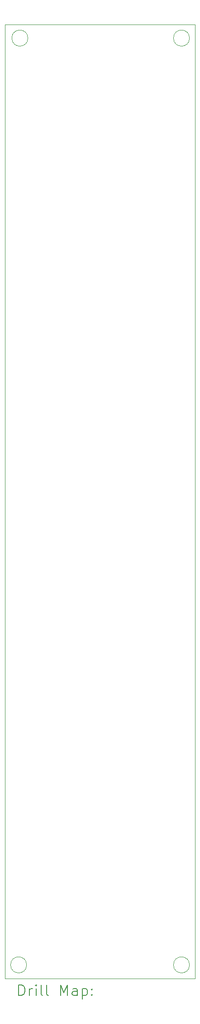
<source format=gbr>
%TF.GenerationSoftware,KiCad,Pcbnew,7.0.11-2.fc39*%
%TF.CreationDate,2024-04-23T12:03:12+00:00*%
%TF.ProjectId,Smart Prusa MK4 enclosure,536d6172-7420-4507-9275-7361204d4b34,1.2*%
%TF.SameCoordinates,Original*%
%TF.FileFunction,Drillmap*%
%TF.FilePolarity,Positive*%
%FSLAX45Y45*%
G04 Gerber Fmt 4.5, Leading zero omitted, Abs format (unit mm)*
G04 Created by KiCad (PCBNEW 7.0.11-2.fc39) date 2024-04-23 12:03:12*
%MOMM*%
%LPD*%
G01*
G04 APERTURE LIST*
%ADD10C,0.100000*%
%ADD11C,0.200000*%
G04 APERTURE END LIST*
D10*
X5588000Y-1651000D02*
X5588000Y-19431000D01*
X2459000Y-1905000D02*
G75*
G03*
X2159000Y-1905000I-150000J0D01*
G01*
X2159000Y-1905000D02*
G75*
G03*
X2459000Y-1905000I150000J0D01*
G01*
X5484000Y-19177000D02*
G75*
G03*
X5184000Y-19177000I-150000J0D01*
G01*
X5184000Y-19177000D02*
G75*
G03*
X5484000Y-19177000I150000J0D01*
G01*
X2436000Y-19177000D02*
G75*
G03*
X2136000Y-19177000I-150000J0D01*
G01*
X2136000Y-19177000D02*
G75*
G03*
X2436000Y-19177000I150000J0D01*
G01*
X2032000Y-1651000D02*
X5588000Y-1651000D01*
X5484000Y-1905000D02*
G75*
G03*
X5184000Y-1905000I-150000J0D01*
G01*
X5184000Y-1905000D02*
G75*
G03*
X5484000Y-1905000I150000J0D01*
G01*
X5588000Y-19431000D02*
X2032000Y-19431000D01*
X2032000Y-19431000D02*
X2032000Y-1651000D01*
D11*
X2287777Y-19747484D02*
X2287777Y-19547484D01*
X2287777Y-19547484D02*
X2335396Y-19547484D01*
X2335396Y-19547484D02*
X2363967Y-19557008D01*
X2363967Y-19557008D02*
X2383015Y-19576055D01*
X2383015Y-19576055D02*
X2392539Y-19595103D01*
X2392539Y-19595103D02*
X2402063Y-19633198D01*
X2402063Y-19633198D02*
X2402063Y-19661770D01*
X2402063Y-19661770D02*
X2392539Y-19699865D01*
X2392539Y-19699865D02*
X2383015Y-19718912D01*
X2383015Y-19718912D02*
X2363967Y-19737960D01*
X2363967Y-19737960D02*
X2335396Y-19747484D01*
X2335396Y-19747484D02*
X2287777Y-19747484D01*
X2487777Y-19747484D02*
X2487777Y-19614150D01*
X2487777Y-19652246D02*
X2497301Y-19633198D01*
X2497301Y-19633198D02*
X2506824Y-19623674D01*
X2506824Y-19623674D02*
X2525872Y-19614150D01*
X2525872Y-19614150D02*
X2544920Y-19614150D01*
X2611586Y-19747484D02*
X2611586Y-19614150D01*
X2611586Y-19547484D02*
X2602063Y-19557008D01*
X2602063Y-19557008D02*
X2611586Y-19566531D01*
X2611586Y-19566531D02*
X2621110Y-19557008D01*
X2621110Y-19557008D02*
X2611586Y-19547484D01*
X2611586Y-19547484D02*
X2611586Y-19566531D01*
X2735396Y-19747484D02*
X2716348Y-19737960D01*
X2716348Y-19737960D02*
X2706824Y-19718912D01*
X2706824Y-19718912D02*
X2706824Y-19547484D01*
X2840158Y-19747484D02*
X2821110Y-19737960D01*
X2821110Y-19737960D02*
X2811586Y-19718912D01*
X2811586Y-19718912D02*
X2811586Y-19547484D01*
X3068729Y-19747484D02*
X3068729Y-19547484D01*
X3068729Y-19547484D02*
X3135396Y-19690341D01*
X3135396Y-19690341D02*
X3202062Y-19547484D01*
X3202062Y-19547484D02*
X3202062Y-19747484D01*
X3383015Y-19747484D02*
X3383015Y-19642722D01*
X3383015Y-19642722D02*
X3373491Y-19623674D01*
X3373491Y-19623674D02*
X3354443Y-19614150D01*
X3354443Y-19614150D02*
X3316348Y-19614150D01*
X3316348Y-19614150D02*
X3297301Y-19623674D01*
X3383015Y-19737960D02*
X3363967Y-19747484D01*
X3363967Y-19747484D02*
X3316348Y-19747484D01*
X3316348Y-19747484D02*
X3297301Y-19737960D01*
X3297301Y-19737960D02*
X3287777Y-19718912D01*
X3287777Y-19718912D02*
X3287777Y-19699865D01*
X3287777Y-19699865D02*
X3297301Y-19680817D01*
X3297301Y-19680817D02*
X3316348Y-19671293D01*
X3316348Y-19671293D02*
X3363967Y-19671293D01*
X3363967Y-19671293D02*
X3383015Y-19661770D01*
X3478253Y-19614150D02*
X3478253Y-19814150D01*
X3478253Y-19623674D02*
X3497301Y-19614150D01*
X3497301Y-19614150D02*
X3535396Y-19614150D01*
X3535396Y-19614150D02*
X3554443Y-19623674D01*
X3554443Y-19623674D02*
X3563967Y-19633198D01*
X3563967Y-19633198D02*
X3573491Y-19652246D01*
X3573491Y-19652246D02*
X3573491Y-19709389D01*
X3573491Y-19709389D02*
X3563967Y-19728436D01*
X3563967Y-19728436D02*
X3554443Y-19737960D01*
X3554443Y-19737960D02*
X3535396Y-19747484D01*
X3535396Y-19747484D02*
X3497301Y-19747484D01*
X3497301Y-19747484D02*
X3478253Y-19737960D01*
X3659205Y-19728436D02*
X3668729Y-19737960D01*
X3668729Y-19737960D02*
X3659205Y-19747484D01*
X3659205Y-19747484D02*
X3649682Y-19737960D01*
X3649682Y-19737960D02*
X3659205Y-19728436D01*
X3659205Y-19728436D02*
X3659205Y-19747484D01*
X3659205Y-19623674D02*
X3668729Y-19633198D01*
X3668729Y-19633198D02*
X3659205Y-19642722D01*
X3659205Y-19642722D02*
X3649682Y-19633198D01*
X3649682Y-19633198D02*
X3659205Y-19623674D01*
X3659205Y-19623674D02*
X3659205Y-19642722D01*
M02*

</source>
